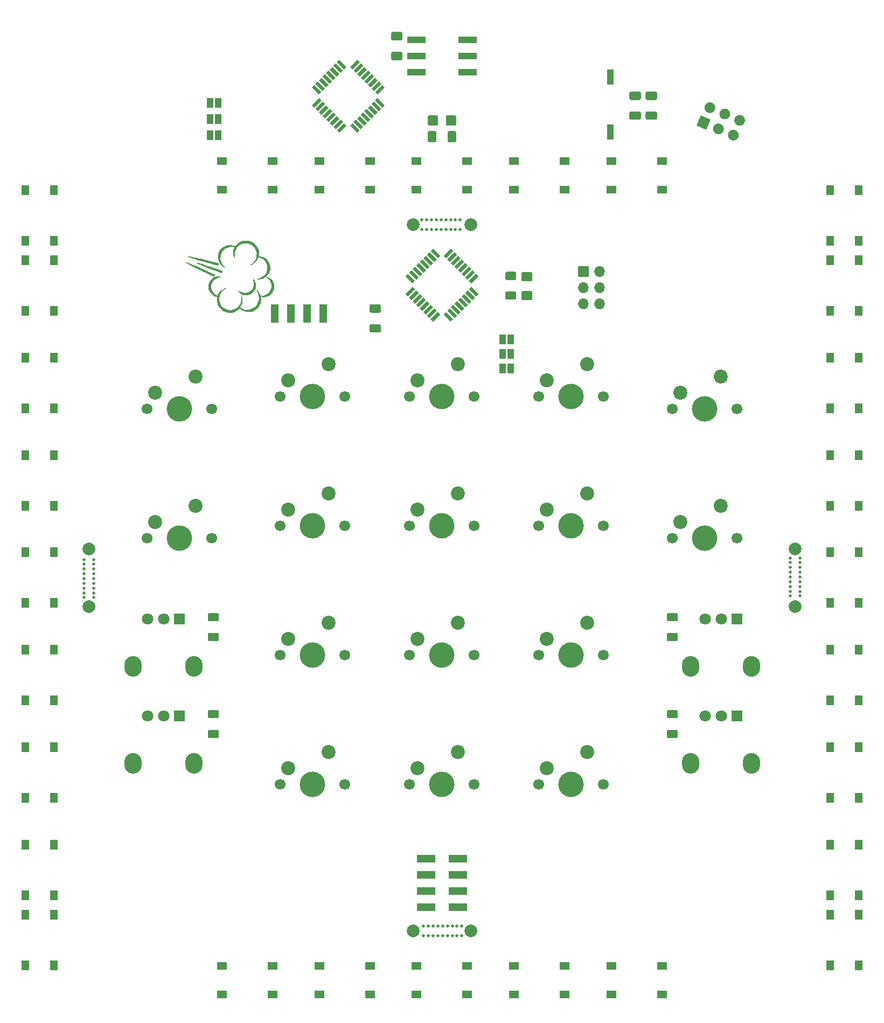
<source format=gbr>
%TF.GenerationSoftware,KiCad,Pcbnew,(5.1.9)-1*%
%TF.CreationDate,2021-07-06T15:25:53+10:00*%
%TF.ProjectId,MFD-panel,4d46442d-7061-46e6-956c-2e6b69636164,rev?*%
%TF.SameCoordinates,Original*%
%TF.FileFunction,Soldermask,Top*%
%TF.FilePolarity,Negative*%
%FSLAX46Y46*%
G04 Gerber Fmt 4.6, Leading zero omitted, Abs format (unit mm)*
G04 Created by KiCad (PCBNEW (5.1.9)-1) date 2021-07-06 15:25:53*
%MOMM*%
%LPD*%
G01*
G04 APERTURE LIST*
%ADD10C,0.010000*%
%ADD11R,3.000000X1.000000*%
%ADD12R,1.000000X1.500000*%
%ADD13C,0.100000*%
%ADD14R,1.300000X1.550000*%
%ADD15R,1.550000X1.300000*%
%ADD16R,1.120000X2.440000*%
%ADD17R,3.000000X1.300000*%
%ADD18C,2.000000*%
%ADD19C,0.500000*%
%ADD20R,1.300000X3.000000*%
%ADD21C,1.700000*%
%ADD22C,4.000000*%
%ADD23C,2.200000*%
%ADD24O,1.700000X1.700000*%
%ADD25R,1.700000X1.700000*%
%ADD26O,2.720000X3.240000*%
%ADD27C,1.800000*%
%ADD28R,1.800000X1.800000*%
G04 APERTURE END LIST*
D10*
%TO.C,G\u002A\u002A\u002A*%
G36*
X43950192Y-25601357D02*
G01*
X43810098Y-25814886D01*
X43642206Y-25999431D01*
X43449222Y-26152769D01*
X43233859Y-26272675D01*
X42998824Y-26356926D01*
X42796986Y-26397359D01*
X42657388Y-26410076D01*
X42528712Y-26406825D01*
X42391996Y-26386429D01*
X42303058Y-26366645D01*
X42201603Y-26339095D01*
X42141113Y-26315641D01*
X42121795Y-26296712D01*
X42143854Y-26282739D01*
X42207499Y-26274153D01*
X42257547Y-26271948D01*
X42462227Y-26250958D01*
X42673520Y-26200621D01*
X42880473Y-26125172D01*
X43072136Y-26028840D01*
X43237555Y-25915857D01*
X43285397Y-25874838D01*
X43413360Y-25747275D01*
X43516433Y-25617961D01*
X43603593Y-25473819D01*
X43683816Y-25301773D01*
X43691475Y-25283328D01*
X43754006Y-25116333D01*
X43793644Y-24968477D01*
X43812603Y-24824812D01*
X43813101Y-24670397D01*
X43802353Y-24535306D01*
X43755850Y-24286528D01*
X43670584Y-24054315D01*
X43547153Y-23839650D01*
X43386156Y-23643515D01*
X43188190Y-23466891D01*
X43122000Y-23418081D01*
X43049218Y-23366528D01*
X43005314Y-23334224D01*
X42984644Y-23315913D01*
X42981564Y-23306342D01*
X42990430Y-23300258D01*
X42993767Y-23298705D01*
X43025803Y-23300657D01*
X43086581Y-23317646D01*
X43166889Y-23345960D01*
X43257516Y-23381885D01*
X43349249Y-23421705D01*
X43432878Y-23461708D01*
X43499191Y-23498181D01*
X43516873Y-23509609D01*
X43702930Y-23662835D01*
X43861156Y-23845560D01*
X43989054Y-24053362D01*
X44084122Y-24281819D01*
X44143858Y-24526509D01*
X44158939Y-24644990D01*
X44167981Y-24825745D01*
X44158140Y-24988582D01*
X44127187Y-25149594D01*
X44072896Y-25324874D01*
X44059777Y-25361067D01*
X43950192Y-25601357D01*
G37*
X43950192Y-25601357D02*
X43810098Y-25814886D01*
X43642206Y-25999431D01*
X43449222Y-26152769D01*
X43233859Y-26272675D01*
X42998824Y-26356926D01*
X42796986Y-26397359D01*
X42657388Y-26410076D01*
X42528712Y-26406825D01*
X42391996Y-26386429D01*
X42303058Y-26366645D01*
X42201603Y-26339095D01*
X42141113Y-26315641D01*
X42121795Y-26296712D01*
X42143854Y-26282739D01*
X42207499Y-26274153D01*
X42257547Y-26271948D01*
X42462227Y-26250958D01*
X42673520Y-26200621D01*
X42880473Y-26125172D01*
X43072136Y-26028840D01*
X43237555Y-25915857D01*
X43285397Y-25874838D01*
X43413360Y-25747275D01*
X43516433Y-25617961D01*
X43603593Y-25473819D01*
X43683816Y-25301773D01*
X43691475Y-25283328D01*
X43754006Y-25116333D01*
X43793644Y-24968477D01*
X43812603Y-24824812D01*
X43813101Y-24670397D01*
X43802353Y-24535306D01*
X43755850Y-24286528D01*
X43670584Y-24054315D01*
X43547153Y-23839650D01*
X43386156Y-23643515D01*
X43188190Y-23466891D01*
X43122000Y-23418081D01*
X43049218Y-23366528D01*
X43005314Y-23334224D01*
X42984644Y-23315913D01*
X42981564Y-23306342D01*
X42990430Y-23300258D01*
X42993767Y-23298705D01*
X43025803Y-23300657D01*
X43086581Y-23317646D01*
X43166889Y-23345960D01*
X43257516Y-23381885D01*
X43349249Y-23421705D01*
X43432878Y-23461708D01*
X43499191Y-23498181D01*
X43516873Y-23509609D01*
X43702930Y-23662835D01*
X43861156Y-23845560D01*
X43989054Y-24053362D01*
X44084122Y-24281819D01*
X44143858Y-24526509D01*
X44158939Y-24644990D01*
X44167981Y-24825745D01*
X44158140Y-24988582D01*
X44127187Y-25149594D01*
X44072896Y-25324874D01*
X44059777Y-25361067D01*
X43950192Y-25601357D01*
G36*
X41174347Y-25213268D02*
G01*
X41106507Y-25357116D01*
X41044050Y-25462345D01*
X40886283Y-25656570D01*
X40700384Y-25821572D01*
X40491011Y-25954898D01*
X40262823Y-26054101D01*
X40020477Y-26116732D01*
X39768633Y-26140341D01*
X39754392Y-26140460D01*
X39645905Y-26137425D01*
X39548712Y-26125405D01*
X39444400Y-26101390D01*
X39355276Y-26075206D01*
X39191244Y-26017996D01*
X39057513Y-25955362D01*
X38942081Y-25880232D01*
X38832945Y-25785534D01*
X38789586Y-25741863D01*
X38725504Y-25672237D01*
X38669546Y-25606151D01*
X38626457Y-25549935D01*
X38600977Y-25509915D01*
X38597851Y-25492421D01*
X38602912Y-25492790D01*
X38626358Y-25505872D01*
X38674811Y-25535931D01*
X38737975Y-25576575D01*
X38740705Y-25578359D01*
X38860050Y-25644092D01*
X39006163Y-25705806D01*
X39165674Y-25759349D01*
X39325214Y-25800565D01*
X39471415Y-25825301D01*
X39552391Y-25830569D01*
X39800613Y-25812280D01*
X40040135Y-25755001D01*
X40266131Y-25661223D01*
X40473775Y-25533443D01*
X40658241Y-25374152D01*
X40814702Y-25185847D01*
X40822857Y-25174028D01*
X40900029Y-25035403D01*
X40964809Y-24868982D01*
X41013156Y-24688474D01*
X41041029Y-24507585D01*
X41046111Y-24416693D01*
X41036599Y-24199193D01*
X41002688Y-23985492D01*
X40947046Y-23791637D01*
X40938401Y-23768846D01*
X40912925Y-23696483D01*
X40908194Y-23660869D01*
X40924941Y-23661445D01*
X40963895Y-23697654D01*
X40991491Y-23728441D01*
X41127326Y-23916511D01*
X41227565Y-24124609D01*
X41290660Y-24347605D01*
X41315065Y-24580370D01*
X41305721Y-24769924D01*
X41279742Y-24904357D01*
X41234022Y-25057244D01*
X41174347Y-25213268D01*
G37*
X41174347Y-25213268D02*
X41106507Y-25357116D01*
X41044050Y-25462345D01*
X40886283Y-25656570D01*
X40700384Y-25821572D01*
X40491011Y-25954898D01*
X40262823Y-26054101D01*
X40020477Y-26116732D01*
X39768633Y-26140341D01*
X39754392Y-26140460D01*
X39645905Y-26137425D01*
X39548712Y-26125405D01*
X39444400Y-26101390D01*
X39355276Y-26075206D01*
X39191244Y-26017996D01*
X39057513Y-25955362D01*
X38942081Y-25880232D01*
X38832945Y-25785534D01*
X38789586Y-25741863D01*
X38725504Y-25672237D01*
X38669546Y-25606151D01*
X38626457Y-25549935D01*
X38600977Y-25509915D01*
X38597851Y-25492421D01*
X38602912Y-25492790D01*
X38626358Y-25505872D01*
X38674811Y-25535931D01*
X38737975Y-25576575D01*
X38740705Y-25578359D01*
X38860050Y-25644092D01*
X39006163Y-25705806D01*
X39165674Y-25759349D01*
X39325214Y-25800565D01*
X39471415Y-25825301D01*
X39552391Y-25830569D01*
X39800613Y-25812280D01*
X40040135Y-25755001D01*
X40266131Y-25661223D01*
X40473775Y-25533443D01*
X40658241Y-25374152D01*
X40814702Y-25185847D01*
X40822857Y-25174028D01*
X40900029Y-25035403D01*
X40964809Y-24868982D01*
X41013156Y-24688474D01*
X41041029Y-24507585D01*
X41046111Y-24416693D01*
X41036599Y-24199193D01*
X41002688Y-23985492D01*
X40947046Y-23791637D01*
X40938401Y-23768846D01*
X40912925Y-23696483D01*
X40908194Y-23660869D01*
X40924941Y-23661445D01*
X40963895Y-23697654D01*
X40991491Y-23728441D01*
X41127326Y-23916511D01*
X41227565Y-24124609D01*
X41290660Y-24347605D01*
X41315065Y-24580370D01*
X41305721Y-24769924D01*
X41279742Y-24904357D01*
X41234022Y-25057244D01*
X41174347Y-25213268D01*
G36*
X41905300Y-27719600D02*
G01*
X41794296Y-27913584D01*
X41780297Y-27934266D01*
X41604095Y-28154123D01*
X41402368Y-28342686D01*
X41179051Y-28498685D01*
X40938078Y-28620849D01*
X40683384Y-28707907D01*
X40418901Y-28758586D01*
X40148563Y-28771618D01*
X39876306Y-28745731D01*
X39606063Y-28679653D01*
X39541630Y-28657560D01*
X39382113Y-28594938D01*
X39249973Y-28530549D01*
X39130798Y-28455884D01*
X39010172Y-28362433D01*
X38942143Y-28303639D01*
X38875807Y-28246788D01*
X38820989Y-28203575D01*
X38785342Y-28179839D01*
X38776549Y-28177259D01*
X38755174Y-28195697D01*
X38715333Y-28236229D01*
X38676517Y-28278165D01*
X38492264Y-28452120D01*
X38278526Y-28602388D01*
X38043020Y-28725481D01*
X37793467Y-28817909D01*
X37537586Y-28876181D01*
X37308574Y-28896536D01*
X37198982Y-28895679D01*
X37082319Y-28890142D01*
X36981870Y-28881081D01*
X36972083Y-28879821D01*
X36864182Y-28858560D01*
X36733256Y-28822540D01*
X36592129Y-28776279D01*
X36453626Y-28724295D01*
X36330574Y-28671102D01*
X36235799Y-28621221D01*
X36233026Y-28619514D01*
X35983349Y-28441782D01*
X35766956Y-28239731D01*
X35585059Y-28015214D01*
X35438868Y-27770084D01*
X35329594Y-27506195D01*
X35258450Y-27225398D01*
X35239848Y-27099633D01*
X35232610Y-26996948D01*
X35231546Y-26876570D01*
X35235980Y-26750296D01*
X35245238Y-26629930D01*
X35258647Y-26527270D01*
X35275529Y-26454115D01*
X35277001Y-26449914D01*
X35284620Y-26413725D01*
X35264530Y-26397793D01*
X35235879Y-26392706D01*
X35188046Y-26383384D01*
X35113634Y-26365495D01*
X35026665Y-26342461D01*
X35003151Y-26335890D01*
X34777448Y-26250737D01*
X34570808Y-26130477D01*
X34385998Y-25979072D01*
X34225782Y-25800484D01*
X34092924Y-25598673D01*
X33990188Y-25377603D01*
X33920337Y-25141234D01*
X33886137Y-24893528D01*
X33884187Y-24732131D01*
X33897953Y-24606247D01*
X33928238Y-24459144D01*
X33970815Y-24305474D01*
X34021459Y-24159893D01*
X34075942Y-24037056D01*
X34094270Y-24003624D01*
X34238154Y-23798617D01*
X34413757Y-23616996D01*
X34615093Y-23463377D01*
X34836176Y-23342372D01*
X35055151Y-23262905D01*
X35202670Y-23230901D01*
X35356181Y-23213050D01*
X35501201Y-23210293D01*
X35623247Y-23223563D01*
X35632522Y-23225556D01*
X35732788Y-23248202D01*
X35572705Y-23285761D01*
X35438433Y-23325852D01*
X35287503Y-23384909D01*
X35132710Y-23456752D01*
X34986846Y-23535203D01*
X34862706Y-23614082D01*
X34809692Y-23654279D01*
X34726406Y-23728197D01*
X34639313Y-23813892D01*
X34567371Y-23892695D01*
X34524670Y-23945254D01*
X34490847Y-23993072D01*
X34461406Y-24045089D01*
X34431854Y-24110245D01*
X34397696Y-24197482D01*
X34354434Y-24315740D01*
X34353830Y-24317414D01*
X34311394Y-24436892D01*
X34281787Y-24526700D01*
X34262728Y-24596712D01*
X34251938Y-24656802D01*
X34247136Y-24716846D01*
X34246042Y-24784190D01*
X34265446Y-25044766D01*
X34323712Y-25288865D01*
X34420409Y-25515771D01*
X34555111Y-25724768D01*
X34727387Y-25915139D01*
X34936809Y-26086171D01*
X35082444Y-26180596D01*
X35174329Y-26235373D01*
X35237248Y-26268847D01*
X35279636Y-26279538D01*
X35309932Y-26265963D01*
X35336576Y-26226641D01*
X35368003Y-26160088D01*
X35382716Y-26127872D01*
X35523901Y-25869416D01*
X35695849Y-25639363D01*
X35897550Y-25438971D01*
X36004595Y-25353719D01*
X36073122Y-25307522D01*
X36159394Y-25255957D01*
X36255421Y-25203024D01*
X36353210Y-25152724D01*
X36444770Y-25109056D01*
X36522111Y-25076022D01*
X36577238Y-25057621D01*
X36599496Y-25055932D01*
X36606167Y-25069639D01*
X36591504Y-25081179D01*
X36346074Y-25244416D01*
X36132928Y-25416371D01*
X35955828Y-25593791D01*
X35859099Y-25714254D01*
X35746935Y-25897565D01*
X35653261Y-26107567D01*
X35582513Y-26331023D01*
X35539128Y-26554693D01*
X35527415Y-26704247D01*
X35540744Y-26985523D01*
X35593512Y-27253107D01*
X35684535Y-27504662D01*
X35812628Y-27737850D01*
X35976605Y-27950335D01*
X36175282Y-28139777D01*
X36304588Y-28237238D01*
X36464486Y-28331016D01*
X36651297Y-28413191D01*
X36850044Y-28478279D01*
X37045755Y-28520797D01*
X37098847Y-28528013D01*
X37363629Y-28537710D01*
X37625608Y-28506774D01*
X37879880Y-28436854D01*
X38121536Y-28329597D01*
X38345670Y-28186653D01*
X38498295Y-28057985D01*
X38637774Y-27916806D01*
X38747920Y-27781751D01*
X38837236Y-27639956D01*
X38914228Y-27478561D01*
X38961609Y-27357277D01*
X39030039Y-27136980D01*
X39069831Y-26921940D01*
X39082620Y-26698651D01*
X39070453Y-26457968D01*
X39062652Y-26365904D01*
X39057878Y-26291299D01*
X39056600Y-26243002D01*
X39058355Y-26229270D01*
X39067961Y-26245970D01*
X39085416Y-26293981D01*
X39107340Y-26363795D01*
X39112703Y-26382087D01*
X39173648Y-26663668D01*
X39194910Y-26945859D01*
X39177075Y-27224346D01*
X39120734Y-27494811D01*
X39026476Y-27752938D01*
X38894887Y-27994411D01*
X38892163Y-27998605D01*
X38855950Y-28056665D01*
X38832381Y-28099283D01*
X38826735Y-28115365D01*
X38849269Y-28133353D01*
X38901771Y-28164377D01*
X38975615Y-28204083D01*
X39062168Y-28248119D01*
X39152804Y-28292132D01*
X39238894Y-28331770D01*
X39311808Y-28362680D01*
X39333302Y-28370881D01*
X39585986Y-28442790D01*
X39849912Y-28480215D01*
X40114172Y-28482274D01*
X40345225Y-28452772D01*
X40504516Y-28408825D01*
X40680645Y-28339673D01*
X40861961Y-28251420D01*
X41036808Y-28150170D01*
X41193534Y-28042028D01*
X41300296Y-27952541D01*
X41423460Y-27815600D01*
X41538887Y-27646454D01*
X41641811Y-27455127D01*
X41727462Y-27251644D01*
X41791074Y-27046027D01*
X41827879Y-26848302D01*
X41828602Y-26841831D01*
X41838747Y-26575636D01*
X41810363Y-26309601D01*
X41742786Y-26040875D01*
X41635354Y-25766614D01*
X41529443Y-25557771D01*
X41499872Y-25499631D01*
X41483878Y-25458457D01*
X41483745Y-25445094D01*
X41504067Y-25455921D01*
X41543386Y-25490314D01*
X41583934Y-25531184D01*
X41767447Y-25755588D01*
X41912848Y-25997724D01*
X42019433Y-26255504D01*
X42086501Y-26526846D01*
X42113347Y-26809662D01*
X42102753Y-27070215D01*
X42065031Y-27283170D01*
X41997379Y-27504547D01*
X41905300Y-27719600D01*
G37*
X41905300Y-27719600D02*
X41794296Y-27913584D01*
X41780297Y-27934266D01*
X41604095Y-28154123D01*
X41402368Y-28342686D01*
X41179051Y-28498685D01*
X40938078Y-28620849D01*
X40683384Y-28707907D01*
X40418901Y-28758586D01*
X40148563Y-28771618D01*
X39876306Y-28745731D01*
X39606063Y-28679653D01*
X39541630Y-28657560D01*
X39382113Y-28594938D01*
X39249973Y-28530549D01*
X39130798Y-28455884D01*
X39010172Y-28362433D01*
X38942143Y-28303639D01*
X38875807Y-28246788D01*
X38820989Y-28203575D01*
X38785342Y-28179839D01*
X38776549Y-28177259D01*
X38755174Y-28195697D01*
X38715333Y-28236229D01*
X38676517Y-28278165D01*
X38492264Y-28452120D01*
X38278526Y-28602388D01*
X38043020Y-28725481D01*
X37793467Y-28817909D01*
X37537586Y-28876181D01*
X37308574Y-28896536D01*
X37198982Y-28895679D01*
X37082319Y-28890142D01*
X36981870Y-28881081D01*
X36972083Y-28879821D01*
X36864182Y-28858560D01*
X36733256Y-28822540D01*
X36592129Y-28776279D01*
X36453626Y-28724295D01*
X36330574Y-28671102D01*
X36235799Y-28621221D01*
X36233026Y-28619514D01*
X35983349Y-28441782D01*
X35766956Y-28239731D01*
X35585059Y-28015214D01*
X35438868Y-27770084D01*
X35329594Y-27506195D01*
X35258450Y-27225398D01*
X35239848Y-27099633D01*
X35232610Y-26996948D01*
X35231546Y-26876570D01*
X35235980Y-26750296D01*
X35245238Y-26629930D01*
X35258647Y-26527270D01*
X35275529Y-26454115D01*
X35277001Y-26449914D01*
X35284620Y-26413725D01*
X35264530Y-26397793D01*
X35235879Y-26392706D01*
X35188046Y-26383384D01*
X35113634Y-26365495D01*
X35026665Y-26342461D01*
X35003151Y-26335890D01*
X34777448Y-26250737D01*
X34570808Y-26130477D01*
X34385998Y-25979072D01*
X34225782Y-25800484D01*
X34092924Y-25598673D01*
X33990188Y-25377603D01*
X33920337Y-25141234D01*
X33886137Y-24893528D01*
X33884187Y-24732131D01*
X33897953Y-24606247D01*
X33928238Y-24459144D01*
X33970815Y-24305474D01*
X34021459Y-24159893D01*
X34075942Y-24037056D01*
X34094270Y-24003624D01*
X34238154Y-23798617D01*
X34413757Y-23616996D01*
X34615093Y-23463377D01*
X34836176Y-23342372D01*
X35055151Y-23262905D01*
X35202670Y-23230901D01*
X35356181Y-23213050D01*
X35501201Y-23210293D01*
X35623247Y-23223563D01*
X35632522Y-23225556D01*
X35732788Y-23248202D01*
X35572705Y-23285761D01*
X35438433Y-23325852D01*
X35287503Y-23384909D01*
X35132710Y-23456752D01*
X34986846Y-23535203D01*
X34862706Y-23614082D01*
X34809692Y-23654279D01*
X34726406Y-23728197D01*
X34639313Y-23813892D01*
X34567371Y-23892695D01*
X34524670Y-23945254D01*
X34490847Y-23993072D01*
X34461406Y-24045089D01*
X34431854Y-24110245D01*
X34397696Y-24197482D01*
X34354434Y-24315740D01*
X34353830Y-24317414D01*
X34311394Y-24436892D01*
X34281787Y-24526700D01*
X34262728Y-24596712D01*
X34251938Y-24656802D01*
X34247136Y-24716846D01*
X34246042Y-24784190D01*
X34265446Y-25044766D01*
X34323712Y-25288865D01*
X34420409Y-25515771D01*
X34555111Y-25724768D01*
X34727387Y-25915139D01*
X34936809Y-26086171D01*
X35082444Y-26180596D01*
X35174329Y-26235373D01*
X35237248Y-26268847D01*
X35279636Y-26279538D01*
X35309932Y-26265963D01*
X35336576Y-26226641D01*
X35368003Y-26160088D01*
X35382716Y-26127872D01*
X35523901Y-25869416D01*
X35695849Y-25639363D01*
X35897550Y-25438971D01*
X36004595Y-25353719D01*
X36073122Y-25307522D01*
X36159394Y-25255957D01*
X36255421Y-25203024D01*
X36353210Y-25152724D01*
X36444770Y-25109056D01*
X36522111Y-25076022D01*
X36577238Y-25057621D01*
X36599496Y-25055932D01*
X36606167Y-25069639D01*
X36591504Y-25081179D01*
X36346074Y-25244416D01*
X36132928Y-25416371D01*
X35955828Y-25593791D01*
X35859099Y-25714254D01*
X35746935Y-25897565D01*
X35653261Y-26107567D01*
X35582513Y-26331023D01*
X35539128Y-26554693D01*
X35527415Y-26704247D01*
X35540744Y-26985523D01*
X35593512Y-27253107D01*
X35684535Y-27504662D01*
X35812628Y-27737850D01*
X35976605Y-27950335D01*
X36175282Y-28139777D01*
X36304588Y-28237238D01*
X36464486Y-28331016D01*
X36651297Y-28413191D01*
X36850044Y-28478279D01*
X37045755Y-28520797D01*
X37098847Y-28528013D01*
X37363629Y-28537710D01*
X37625608Y-28506774D01*
X37879880Y-28436854D01*
X38121536Y-28329597D01*
X38345670Y-28186653D01*
X38498295Y-28057985D01*
X38637774Y-27916806D01*
X38747920Y-27781751D01*
X38837236Y-27639956D01*
X38914228Y-27478561D01*
X38961609Y-27357277D01*
X39030039Y-27136980D01*
X39069831Y-26921940D01*
X39082620Y-26698651D01*
X39070453Y-26457968D01*
X39062652Y-26365904D01*
X39057878Y-26291299D01*
X39056600Y-26243002D01*
X39058355Y-26229270D01*
X39067961Y-26245970D01*
X39085416Y-26293981D01*
X39107340Y-26363795D01*
X39112703Y-26382087D01*
X39173648Y-26663668D01*
X39194910Y-26945859D01*
X39177075Y-27224346D01*
X39120734Y-27494811D01*
X39026476Y-27752938D01*
X38894887Y-27994411D01*
X38892163Y-27998605D01*
X38855950Y-28056665D01*
X38832381Y-28099283D01*
X38826735Y-28115365D01*
X38849269Y-28133353D01*
X38901771Y-28164377D01*
X38975615Y-28204083D01*
X39062168Y-28248119D01*
X39152804Y-28292132D01*
X39238894Y-28331770D01*
X39311808Y-28362680D01*
X39333302Y-28370881D01*
X39585986Y-28442790D01*
X39849912Y-28480215D01*
X40114172Y-28482274D01*
X40345225Y-28452772D01*
X40504516Y-28408825D01*
X40680645Y-28339673D01*
X40861961Y-28251420D01*
X41036808Y-28150170D01*
X41193534Y-28042028D01*
X41300296Y-27952541D01*
X41423460Y-27815600D01*
X41538887Y-27646454D01*
X41641811Y-27455127D01*
X41727462Y-27251644D01*
X41791074Y-27046027D01*
X41827879Y-26848302D01*
X41828602Y-26841831D01*
X41838747Y-26575636D01*
X41810363Y-26309601D01*
X41742786Y-26040875D01*
X41635354Y-25766614D01*
X41529443Y-25557771D01*
X41499872Y-25499631D01*
X41483878Y-25458457D01*
X41483745Y-25445094D01*
X41504067Y-25455921D01*
X41543386Y-25490314D01*
X41583934Y-25531184D01*
X41767447Y-25755588D01*
X41912848Y-25997724D01*
X42019433Y-26255504D01*
X42086501Y-26526846D01*
X42113347Y-26809662D01*
X42102753Y-27070215D01*
X42065031Y-27283170D01*
X41997379Y-27504547D01*
X41905300Y-27719600D01*
G36*
X43369913Y-22629838D02*
G01*
X43240711Y-22862340D01*
X43079995Y-23066620D01*
X42887451Y-23243041D01*
X42662764Y-23391970D01*
X42525310Y-23462323D01*
X42301784Y-23552621D01*
X42088285Y-23608778D01*
X41873338Y-23633121D01*
X41692052Y-23631217D01*
X41653532Y-23623772D01*
X41653172Y-23610213D01*
X41687756Y-23593379D01*
X41754068Y-23576110D01*
X41754608Y-23576000D01*
X41815240Y-23558785D01*
X41901319Y-23528073D01*
X42000102Y-23488629D01*
X42075027Y-23456109D01*
X42297275Y-23343057D01*
X42487154Y-23216750D01*
X42654243Y-23069626D01*
X42808122Y-22894124D01*
X42840455Y-22851886D01*
X42894097Y-22777248D01*
X42936533Y-22708976D01*
X42973923Y-22635042D01*
X43012424Y-22543414D01*
X43052400Y-22437813D01*
X43129578Y-22190126D01*
X43170790Y-21958373D01*
X43175785Y-21735760D01*
X43144312Y-21515493D01*
X43076120Y-21290778D01*
X43003752Y-21121588D01*
X42874969Y-20897311D01*
X42713413Y-20698730D01*
X42518560Y-20525395D01*
X42289882Y-20376858D01*
X42026850Y-20252671D01*
X41947961Y-20222559D01*
X41724265Y-20141141D01*
X41637946Y-20335562D01*
X41516859Y-20572982D01*
X41375987Y-20780033D01*
X41209696Y-20962982D01*
X41012343Y-21128094D01*
X40796061Y-21271090D01*
X40729608Y-21308358D01*
X40662553Y-21341990D01*
X40601907Y-21369176D01*
X40554681Y-21387105D01*
X40527886Y-21392964D01*
X40528532Y-21383942D01*
X40540611Y-21373529D01*
X40570471Y-21350948D01*
X40622768Y-21311763D01*
X40683553Y-21266413D01*
X40914000Y-21070602D01*
X41114159Y-20850137D01*
X41153546Y-20798854D01*
X41206404Y-20724939D01*
X41248449Y-20657407D01*
X41285570Y-20584685D01*
X41323654Y-20495200D01*
X41368588Y-20377377D01*
X41370313Y-20372715D01*
X41419285Y-20233999D01*
X41452487Y-20123487D01*
X41472594Y-20031277D01*
X41481173Y-19962563D01*
X41486670Y-19668966D01*
X41454389Y-19391148D01*
X41385599Y-19131161D01*
X41281564Y-18891057D01*
X41143551Y-18672887D01*
X40972826Y-18478704D01*
X40770655Y-18310560D01*
X40538303Y-18170506D01*
X40316241Y-18074430D01*
X40054866Y-18000770D01*
X39792443Y-17968053D01*
X39532518Y-17975141D01*
X39278639Y-18020894D01*
X39034352Y-18104172D01*
X38803203Y-18223835D01*
X38588739Y-18378744D01*
X38394506Y-18567760D01*
X38261888Y-18734526D01*
X38184072Y-18862964D01*
X38109473Y-19020193D01*
X38042998Y-19192700D01*
X37989557Y-19366978D01*
X37954057Y-19529515D01*
X37943883Y-19609885D01*
X37939976Y-19713621D01*
X37942386Y-19840007D01*
X37950151Y-19975772D01*
X37962307Y-20107642D01*
X37977893Y-20222347D01*
X37993941Y-20299523D01*
X38005223Y-20354619D01*
X38000896Y-20372849D01*
X37983946Y-20355384D01*
X37957358Y-20303387D01*
X37948108Y-20281615D01*
X37865002Y-20024543D01*
X37819180Y-19754758D01*
X37810529Y-19479382D01*
X37838931Y-19205534D01*
X37904274Y-18940336D01*
X37972666Y-18762011D01*
X38051524Y-18585590D01*
X37929906Y-18560799D01*
X37652727Y-18524583D01*
X37379041Y-18528094D01*
X37112721Y-18569797D01*
X36857636Y-18648158D01*
X36617658Y-18761638D01*
X36396657Y-18908702D01*
X36198503Y-19087816D01*
X36027069Y-19297443D01*
X36009777Y-19322643D01*
X35933000Y-19455705D01*
X35861505Y-19614630D01*
X35800291Y-19785212D01*
X35754354Y-19953246D01*
X35728694Y-20104528D01*
X35726739Y-20127128D01*
X35724888Y-20409736D01*
X35761576Y-20678339D01*
X35837421Y-20934415D01*
X35953046Y-21179444D01*
X36109072Y-21414905D01*
X36306120Y-21642278D01*
X36403102Y-21737447D01*
X36448708Y-21783301D01*
X36475625Y-21816494D01*
X36478788Y-21828269D01*
X36450821Y-21822476D01*
X36396666Y-21797110D01*
X36324649Y-21757110D01*
X36243095Y-21707420D01*
X36160327Y-21652983D01*
X36084670Y-21598741D01*
X36060229Y-21579775D01*
X35875274Y-21406119D01*
X35715526Y-21202581D01*
X35584042Y-20975359D01*
X35483885Y-20730648D01*
X35418114Y-20474644D01*
X35390118Y-20222814D01*
X35399115Y-19984082D01*
X35441530Y-19738050D01*
X35514011Y-19497940D01*
X35613204Y-19276973D01*
X35643625Y-19223162D01*
X35788230Y-19010504D01*
X35952543Y-18829626D01*
X36142700Y-18675007D01*
X36364833Y-18541128D01*
X36447361Y-18500007D01*
X36713720Y-18392915D01*
X36975718Y-18327714D01*
X37234726Y-18304348D01*
X37492110Y-18322763D01*
X37749236Y-18382904D01*
X37910677Y-18441765D01*
X38094082Y-18517751D01*
X38208916Y-18367094D01*
X38398180Y-18152450D01*
X38611917Y-17971527D01*
X38847526Y-17825506D01*
X39102407Y-17715566D01*
X39373955Y-17642887D01*
X39659571Y-17608649D01*
X39881273Y-17608897D01*
X39956807Y-17613635D01*
X40021370Y-17620731D01*
X40084075Y-17632463D01*
X40154038Y-17651110D01*
X40240375Y-17678950D01*
X40352202Y-17718264D01*
X40427385Y-17745424D01*
X40596462Y-17809384D01*
X40733948Y-17868679D01*
X40849274Y-17929119D01*
X40951865Y-17996510D01*
X41051149Y-18076663D01*
X41156556Y-18175386D01*
X41206664Y-18225556D01*
X41396512Y-18447023D01*
X41549606Y-18687486D01*
X41664815Y-18944160D01*
X41741012Y-19214260D01*
X41777066Y-19495002D01*
X41779684Y-19638665D01*
X41774972Y-19746641D01*
X41765624Y-19853939D01*
X41753282Y-19943765D01*
X41746770Y-19975765D01*
X41732305Y-20043877D01*
X41731172Y-20080144D01*
X41743971Y-20093099D01*
X41755089Y-20093552D01*
X41875894Y-20094751D01*
X42020548Y-20111470D01*
X42174578Y-20141247D01*
X42323508Y-20181620D01*
X42375245Y-20199045D01*
X42621190Y-20308963D01*
X42843718Y-20452382D01*
X43040206Y-20625928D01*
X43208030Y-20826225D01*
X43344567Y-21049899D01*
X43447191Y-21293576D01*
X43513281Y-21553882D01*
X43531499Y-21686139D01*
X43543696Y-21861537D01*
X43540506Y-22014378D01*
X43520302Y-22162141D01*
X43481455Y-22322305D01*
X43467917Y-22368748D01*
X43369913Y-22629838D01*
G37*
X43369913Y-22629838D02*
X43240711Y-22862340D01*
X43079995Y-23066620D01*
X42887451Y-23243041D01*
X42662764Y-23391970D01*
X42525310Y-23462323D01*
X42301784Y-23552621D01*
X42088285Y-23608778D01*
X41873338Y-23633121D01*
X41692052Y-23631217D01*
X41653532Y-23623772D01*
X41653172Y-23610213D01*
X41687756Y-23593379D01*
X41754068Y-23576110D01*
X41754608Y-23576000D01*
X41815240Y-23558785D01*
X41901319Y-23528073D01*
X42000102Y-23488629D01*
X42075027Y-23456109D01*
X42297275Y-23343057D01*
X42487154Y-23216750D01*
X42654243Y-23069626D01*
X42808122Y-22894124D01*
X42840455Y-22851886D01*
X42894097Y-22777248D01*
X42936533Y-22708976D01*
X42973923Y-22635042D01*
X43012424Y-22543414D01*
X43052400Y-22437813D01*
X43129578Y-22190126D01*
X43170790Y-21958373D01*
X43175785Y-21735760D01*
X43144312Y-21515493D01*
X43076120Y-21290778D01*
X43003752Y-21121588D01*
X42874969Y-20897311D01*
X42713413Y-20698730D01*
X42518560Y-20525395D01*
X42289882Y-20376858D01*
X42026850Y-20252671D01*
X41947961Y-20222559D01*
X41724265Y-20141141D01*
X41637946Y-20335562D01*
X41516859Y-20572982D01*
X41375987Y-20780033D01*
X41209696Y-20962982D01*
X41012343Y-21128094D01*
X40796061Y-21271090D01*
X40729608Y-21308358D01*
X40662553Y-21341990D01*
X40601907Y-21369176D01*
X40554681Y-21387105D01*
X40527886Y-21392964D01*
X40528532Y-21383942D01*
X40540611Y-21373529D01*
X40570471Y-21350948D01*
X40622768Y-21311763D01*
X40683553Y-21266413D01*
X40914000Y-21070602D01*
X41114159Y-20850137D01*
X41153546Y-20798854D01*
X41206404Y-20724939D01*
X41248449Y-20657407D01*
X41285570Y-20584685D01*
X41323654Y-20495200D01*
X41368588Y-20377377D01*
X41370313Y-20372715D01*
X41419285Y-20233999D01*
X41452487Y-20123487D01*
X41472594Y-20031277D01*
X41481173Y-19962563D01*
X41486670Y-19668966D01*
X41454389Y-19391148D01*
X41385599Y-19131161D01*
X41281564Y-18891057D01*
X41143551Y-18672887D01*
X40972826Y-18478704D01*
X40770655Y-18310560D01*
X40538303Y-18170506D01*
X40316241Y-18074430D01*
X40054866Y-18000770D01*
X39792443Y-17968053D01*
X39532518Y-17975141D01*
X39278639Y-18020894D01*
X39034352Y-18104172D01*
X38803203Y-18223835D01*
X38588739Y-18378744D01*
X38394506Y-18567760D01*
X38261888Y-18734526D01*
X38184072Y-18862964D01*
X38109473Y-19020193D01*
X38042998Y-19192700D01*
X37989557Y-19366978D01*
X37954057Y-19529515D01*
X37943883Y-19609885D01*
X37939976Y-19713621D01*
X37942386Y-19840007D01*
X37950151Y-19975772D01*
X37962307Y-20107642D01*
X37977893Y-20222347D01*
X37993941Y-20299523D01*
X38005223Y-20354619D01*
X38000896Y-20372849D01*
X37983946Y-20355384D01*
X37957358Y-20303387D01*
X37948108Y-20281615D01*
X37865002Y-20024543D01*
X37819180Y-19754758D01*
X37810529Y-19479382D01*
X37838931Y-19205534D01*
X37904274Y-18940336D01*
X37972666Y-18762011D01*
X38051524Y-18585590D01*
X37929906Y-18560799D01*
X37652727Y-18524583D01*
X37379041Y-18528094D01*
X37112721Y-18569797D01*
X36857636Y-18648158D01*
X36617658Y-18761638D01*
X36396657Y-18908702D01*
X36198503Y-19087816D01*
X36027069Y-19297443D01*
X36009777Y-19322643D01*
X35933000Y-19455705D01*
X35861505Y-19614630D01*
X35800291Y-19785212D01*
X35754354Y-19953246D01*
X35728694Y-20104528D01*
X35726739Y-20127128D01*
X35724888Y-20409736D01*
X35761576Y-20678339D01*
X35837421Y-20934415D01*
X35953046Y-21179444D01*
X36109072Y-21414905D01*
X36306120Y-21642278D01*
X36403102Y-21737447D01*
X36448708Y-21783301D01*
X36475625Y-21816494D01*
X36478788Y-21828269D01*
X36450821Y-21822476D01*
X36396666Y-21797110D01*
X36324649Y-21757110D01*
X36243095Y-21707420D01*
X36160327Y-21652983D01*
X36084670Y-21598741D01*
X36060229Y-21579775D01*
X35875274Y-21406119D01*
X35715526Y-21202581D01*
X35584042Y-20975359D01*
X35483885Y-20730648D01*
X35418114Y-20474644D01*
X35390118Y-20222814D01*
X35399115Y-19984082D01*
X35441530Y-19738050D01*
X35514011Y-19497940D01*
X35613204Y-19276973D01*
X35643625Y-19223162D01*
X35788230Y-19010504D01*
X35952543Y-18829626D01*
X36142700Y-18675007D01*
X36364833Y-18541128D01*
X36447361Y-18500007D01*
X36713720Y-18392915D01*
X36975718Y-18327714D01*
X37234726Y-18304348D01*
X37492110Y-18322763D01*
X37749236Y-18382904D01*
X37910677Y-18441765D01*
X38094082Y-18517751D01*
X38208916Y-18367094D01*
X38398180Y-18152450D01*
X38611917Y-17971527D01*
X38847526Y-17825506D01*
X39102407Y-17715566D01*
X39373955Y-17642887D01*
X39659571Y-17608649D01*
X39881273Y-17608897D01*
X39956807Y-17613635D01*
X40021370Y-17620731D01*
X40084075Y-17632463D01*
X40154038Y-17651110D01*
X40240375Y-17678950D01*
X40352202Y-17718264D01*
X40427385Y-17745424D01*
X40596462Y-17809384D01*
X40733948Y-17868679D01*
X40849274Y-17929119D01*
X40951865Y-17996510D01*
X41051149Y-18076663D01*
X41156556Y-18175386D01*
X41206664Y-18225556D01*
X41396512Y-18447023D01*
X41549606Y-18687486D01*
X41664815Y-18944160D01*
X41741012Y-19214260D01*
X41777066Y-19495002D01*
X41779684Y-19638665D01*
X41774972Y-19746641D01*
X41765624Y-19853939D01*
X41753282Y-19943765D01*
X41746770Y-19975765D01*
X41732305Y-20043877D01*
X41731172Y-20080144D01*
X41743971Y-20093099D01*
X41755089Y-20093552D01*
X41875894Y-20094751D01*
X42020548Y-20111470D01*
X42174578Y-20141247D01*
X42323508Y-20181620D01*
X42375245Y-20199045D01*
X42621190Y-20308963D01*
X42843718Y-20452382D01*
X43040206Y-20625928D01*
X43208030Y-20826225D01*
X43344567Y-21049899D01*
X43447191Y-21293576D01*
X43513281Y-21553882D01*
X43531499Y-21686139D01*
X43543696Y-21861537D01*
X43540506Y-22014378D01*
X43520302Y-22162141D01*
X43481455Y-22322305D01*
X43467917Y-22368748D01*
X43369913Y-22629838D01*
G36*
X36016650Y-22546233D02*
G01*
X35971676Y-22653752D01*
X35257230Y-22388738D01*
X34862249Y-22241494D01*
X34485679Y-22099653D01*
X34129409Y-21963973D01*
X33795324Y-21835212D01*
X33485310Y-21714128D01*
X33201254Y-21601476D01*
X32945042Y-21498016D01*
X32718562Y-21404504D01*
X32523699Y-21321698D01*
X32362340Y-21250356D01*
X32236371Y-21191234D01*
X32147679Y-21145091D01*
X32122573Y-21130127D01*
X32082789Y-21103695D01*
X32077625Y-21093626D01*
X32105523Y-21094307D01*
X32112824Y-21095026D01*
X32154845Y-21100836D01*
X32207687Y-21111181D01*
X32273300Y-21126687D01*
X32353633Y-21147986D01*
X32450635Y-21175707D01*
X32566254Y-21210479D01*
X32702439Y-21252931D01*
X32861140Y-21303694D01*
X33044305Y-21363395D01*
X33253883Y-21432667D01*
X33491822Y-21512135D01*
X33760073Y-21602433D01*
X34060584Y-21704188D01*
X34395303Y-21818030D01*
X34766180Y-21944588D01*
X35156325Y-22078041D01*
X35386479Y-22157186D01*
X35578573Y-22224026D01*
X35734800Y-22279376D01*
X35857350Y-22324049D01*
X35948416Y-22358854D01*
X36010189Y-22384606D01*
X36044860Y-22402115D01*
X36054623Y-22410960D01*
X36050823Y-22444871D01*
X36033566Y-22502280D01*
X36016650Y-22546233D01*
G37*
X36016650Y-22546233D02*
X35971676Y-22653752D01*
X35257230Y-22388738D01*
X34862249Y-22241494D01*
X34485679Y-22099653D01*
X34129409Y-21963973D01*
X33795324Y-21835212D01*
X33485310Y-21714128D01*
X33201254Y-21601476D01*
X32945042Y-21498016D01*
X32718562Y-21404504D01*
X32523699Y-21321698D01*
X32362340Y-21250356D01*
X32236371Y-21191234D01*
X32147679Y-21145091D01*
X32122573Y-21130127D01*
X32082789Y-21103695D01*
X32077625Y-21093626D01*
X32105523Y-21094307D01*
X32112824Y-21095026D01*
X32154845Y-21100836D01*
X32207687Y-21111181D01*
X32273300Y-21126687D01*
X32353633Y-21147986D01*
X32450635Y-21175707D01*
X32566254Y-21210479D01*
X32702439Y-21252931D01*
X32861140Y-21303694D01*
X33044305Y-21363395D01*
X33253883Y-21432667D01*
X33491822Y-21512135D01*
X33760073Y-21602433D01*
X34060584Y-21704188D01*
X34395303Y-21818030D01*
X34766180Y-21944588D01*
X35156325Y-22078041D01*
X35386479Y-22157186D01*
X35578573Y-22224026D01*
X35734800Y-22279376D01*
X35857350Y-22324049D01*
X35948416Y-22358854D01*
X36010189Y-22384606D01*
X36044860Y-22402115D01*
X36054623Y-22410960D01*
X36050823Y-22444871D01*
X36033566Y-22502280D01*
X36016650Y-22546233D01*
G36*
X34809756Y-23029387D02*
G01*
X34774077Y-23116082D01*
X34741895Y-23166725D01*
X34708089Y-23186715D01*
X34667543Y-23181444D01*
X34666043Y-23180907D01*
X34636973Y-23167960D01*
X34573725Y-23138143D01*
X34480096Y-23093298D01*
X34359884Y-23035262D01*
X34216883Y-22965876D01*
X34054892Y-22886979D01*
X33877708Y-22800411D01*
X33689127Y-22708010D01*
X33629463Y-22678723D01*
X33410825Y-22571470D01*
X33180023Y-22458462D01*
X32944521Y-22343337D01*
X32711785Y-22229738D01*
X32489277Y-22121305D01*
X32284459Y-22021679D01*
X32104797Y-21934502D01*
X31995468Y-21881613D01*
X31736871Y-21755631D01*
X31492403Y-21634376D01*
X31264690Y-21519261D01*
X31056357Y-21411702D01*
X30870032Y-21313114D01*
X30708340Y-21224911D01*
X30573909Y-21148509D01*
X30469364Y-21085323D01*
X30397330Y-21036767D01*
X30360436Y-21004255D01*
X30357062Y-20998912D01*
X30371318Y-20996811D01*
X30423779Y-21011213D01*
X30514605Y-21042170D01*
X30643952Y-21089738D01*
X30811981Y-21153973D01*
X30867205Y-21175430D01*
X31043621Y-21245684D01*
X31240110Y-21326464D01*
X31442875Y-21411930D01*
X31638123Y-21496245D01*
X31812062Y-21573574D01*
X31862665Y-21596670D01*
X31979369Y-21650201D01*
X32113974Y-21711617D01*
X32268529Y-21781837D01*
X32445080Y-21861786D01*
X32645673Y-21952385D01*
X32872355Y-22054556D01*
X33127170Y-22169222D01*
X33412167Y-22297306D01*
X33729391Y-22439728D01*
X34080889Y-22597410D01*
X34468707Y-22771277D01*
X34528260Y-22797968D01*
X34842959Y-22939007D01*
X34809756Y-23029387D01*
G37*
X34809756Y-23029387D02*
X34774077Y-23116082D01*
X34741895Y-23166725D01*
X34708089Y-23186715D01*
X34667543Y-23181444D01*
X34666043Y-23180907D01*
X34636973Y-23167960D01*
X34573725Y-23138143D01*
X34480096Y-23093298D01*
X34359884Y-23035262D01*
X34216883Y-22965876D01*
X34054892Y-22886979D01*
X33877708Y-22800411D01*
X33689127Y-22708010D01*
X33629463Y-22678723D01*
X33410825Y-22571470D01*
X33180023Y-22458462D01*
X32944521Y-22343337D01*
X32711785Y-22229738D01*
X32489277Y-22121305D01*
X32284459Y-22021679D01*
X32104797Y-21934502D01*
X31995468Y-21881613D01*
X31736871Y-21755631D01*
X31492403Y-21634376D01*
X31264690Y-21519261D01*
X31056357Y-21411702D01*
X30870032Y-21313114D01*
X30708340Y-21224911D01*
X30573909Y-21148509D01*
X30469364Y-21085323D01*
X30397330Y-21036767D01*
X30360436Y-21004255D01*
X30357062Y-20998912D01*
X30371318Y-20996811D01*
X30423779Y-21011213D01*
X30514605Y-21042170D01*
X30643952Y-21089738D01*
X30811981Y-21153973D01*
X30867205Y-21175430D01*
X31043621Y-21245684D01*
X31240110Y-21326464D01*
X31442875Y-21411930D01*
X31638123Y-21496245D01*
X31812062Y-21573574D01*
X31862665Y-21596670D01*
X31979369Y-21650201D01*
X32113974Y-21711617D01*
X32268529Y-21781837D01*
X32445080Y-21861786D01*
X32645673Y-21952385D01*
X32872355Y-22054556D01*
X33127170Y-22169222D01*
X33412167Y-22297306D01*
X33729391Y-22439728D01*
X34080889Y-22597410D01*
X34468707Y-22771277D01*
X34528260Y-22797968D01*
X34842959Y-22939007D01*
X34809756Y-23029387D01*
G36*
X35296793Y-21437566D02*
G01*
X35258646Y-21427819D01*
X35184127Y-21407609D01*
X35077556Y-21378149D01*
X34943252Y-21340649D01*
X34785535Y-21296319D01*
X34608726Y-21246372D01*
X34417145Y-21192018D01*
X34215110Y-21134468D01*
X34185152Y-21125915D01*
X33957158Y-21060939D01*
X33718530Y-20993175D01*
X33476989Y-20924801D01*
X33240255Y-20857992D01*
X33016048Y-20794925D01*
X32812087Y-20737777D01*
X32636095Y-20688724D01*
X32540629Y-20662287D01*
X32230889Y-20575832D01*
X31943647Y-20493680D01*
X31680977Y-20416500D01*
X31444958Y-20344958D01*
X31237665Y-20279722D01*
X31061174Y-20221458D01*
X30917561Y-20170836D01*
X30808903Y-20128520D01*
X30737275Y-20095179D01*
X30705499Y-20072530D01*
X30694103Y-20050292D01*
X30699709Y-20048242D01*
X30725763Y-20053790D01*
X30785449Y-20064959D01*
X30870663Y-20080275D01*
X30973303Y-20098266D01*
X31006056Y-20103927D01*
X31303471Y-20159674D01*
X31637465Y-20230795D01*
X32008956Y-20317491D01*
X32363673Y-20405826D01*
X32470516Y-20432935D01*
X32612329Y-20468640D01*
X32782977Y-20511411D01*
X32976322Y-20559718D01*
X33186231Y-20612030D01*
X33406568Y-20666815D01*
X33631200Y-20722543D01*
X33850452Y-20776810D01*
X34144525Y-20849504D01*
X34400197Y-20912717D01*
X34620160Y-20967127D01*
X34807108Y-21013412D01*
X34963738Y-21052250D01*
X35092741Y-21084317D01*
X35196813Y-21110293D01*
X35278647Y-21130854D01*
X35340938Y-21146680D01*
X35386380Y-21158447D01*
X35417666Y-21166834D01*
X35437492Y-21172517D01*
X35448551Y-21176175D01*
X35453536Y-21178487D01*
X35455143Y-21180128D01*
X35455365Y-21180582D01*
X35452193Y-21203239D01*
X35440514Y-21255318D01*
X35423530Y-21322940D01*
X35388222Y-21457864D01*
X35296793Y-21437566D01*
G37*
X35296793Y-21437566D02*
X35258646Y-21427819D01*
X35184127Y-21407609D01*
X35077556Y-21378149D01*
X34943252Y-21340649D01*
X34785535Y-21296319D01*
X34608726Y-21246372D01*
X34417145Y-21192018D01*
X34215110Y-21134468D01*
X34185152Y-21125915D01*
X33957158Y-21060939D01*
X33718530Y-20993175D01*
X33476989Y-20924801D01*
X33240255Y-20857992D01*
X33016048Y-20794925D01*
X32812087Y-20737777D01*
X32636095Y-20688724D01*
X32540629Y-20662287D01*
X32230889Y-20575832D01*
X31943647Y-20493680D01*
X31680977Y-20416500D01*
X31444958Y-20344958D01*
X31237665Y-20279722D01*
X31061174Y-20221458D01*
X30917561Y-20170836D01*
X30808903Y-20128520D01*
X30737275Y-20095179D01*
X30705499Y-20072530D01*
X30694103Y-20050292D01*
X30699709Y-20048242D01*
X30725763Y-20053790D01*
X30785449Y-20064959D01*
X30870663Y-20080275D01*
X30973303Y-20098266D01*
X31006056Y-20103927D01*
X31303471Y-20159674D01*
X31637465Y-20230795D01*
X32008956Y-20317491D01*
X32363673Y-20405826D01*
X32470516Y-20432935D01*
X32612329Y-20468640D01*
X32782977Y-20511411D01*
X32976322Y-20559718D01*
X33186231Y-20612030D01*
X33406568Y-20666815D01*
X33631200Y-20722543D01*
X33850452Y-20776810D01*
X34144525Y-20849504D01*
X34400197Y-20912717D01*
X34620160Y-20967127D01*
X34807108Y-21013412D01*
X34963738Y-21052250D01*
X35092741Y-21084317D01*
X35196813Y-21110293D01*
X35278647Y-21130854D01*
X35340938Y-21146680D01*
X35386380Y-21158447D01*
X35417666Y-21166834D01*
X35437492Y-21172517D01*
X35448551Y-21176175D01*
X35453536Y-21178487D01*
X35455143Y-21180128D01*
X35455365Y-21180582D01*
X35452193Y-21203239D01*
X35440514Y-21255318D01*
X35423530Y-21322940D01*
X35388222Y-21457864D01*
X35296793Y-21437566D01*
%TD*%
D11*
%TO.C,SW2*%
X74600000Y8860000D03*
X66600000Y8860000D03*
X74600000Y11400000D03*
X66600000Y11400000D03*
X74600000Y13940000D03*
X66600000Y13940000D03*
%TD*%
D12*
%TO.C,JP3*%
X34148000Y4064000D03*
X35448000Y4064000D03*
%TD*%
%TO.C,JP2*%
X35448000Y1524000D03*
X34148000Y1524000D03*
%TD*%
%TO.C,JP1*%
X35448000Y-1016000D03*
X34148000Y-1016000D03*
%TD*%
D13*
%TO.C,Atmega328P-AU1*%
G36*
X50523666Y3294555D02*
G01*
X50134757Y3683464D01*
X51266128Y4814835D01*
X51655037Y4425926D01*
X50523666Y3294555D01*
G37*
G36*
X51089352Y2728870D02*
G01*
X50700443Y3117779D01*
X51831814Y4249150D01*
X52220723Y3860241D01*
X51089352Y2728870D01*
G37*
G36*
X51655037Y2163184D02*
G01*
X51266128Y2552093D01*
X52397499Y3683464D01*
X52786408Y3294555D01*
X51655037Y2163184D01*
G37*
G36*
X52220722Y1597499D02*
G01*
X51831813Y1986408D01*
X52963184Y3117779D01*
X53352093Y2728870D01*
X52220722Y1597499D01*
G37*
G36*
X52786408Y1031813D02*
G01*
X52397499Y1420722D01*
X53528870Y2552093D01*
X53917779Y2163184D01*
X52786408Y1031813D01*
G37*
G36*
X53352093Y466128D02*
G01*
X52963184Y855037D01*
X54094555Y1986408D01*
X54483464Y1597499D01*
X53352093Y466128D01*
G37*
G36*
X53917779Y-99557D02*
G01*
X53528870Y289352D01*
X54660241Y1420723D01*
X55049150Y1031814D01*
X53917779Y-99557D01*
G37*
G36*
X54483464Y-665243D02*
G01*
X54094555Y-276334D01*
X55225926Y855037D01*
X55614835Y466128D01*
X54483464Y-665243D01*
G37*
G36*
X57665445Y-276334D02*
G01*
X57276536Y-665243D01*
X56145165Y466128D01*
X56534074Y855037D01*
X57665445Y-276334D01*
G37*
G36*
X58231130Y289352D02*
G01*
X57842221Y-99557D01*
X56710850Y1031814D01*
X57099759Y1420723D01*
X58231130Y289352D01*
G37*
G36*
X58796816Y855037D02*
G01*
X58407907Y466128D01*
X57276536Y1597499D01*
X57665445Y1986408D01*
X58796816Y855037D01*
G37*
G36*
X59362501Y1420722D02*
G01*
X58973592Y1031813D01*
X57842221Y2163184D01*
X58231130Y2552093D01*
X59362501Y1420722D01*
G37*
G36*
X59928187Y1986408D02*
G01*
X59539278Y1597499D01*
X58407907Y2728870D01*
X58796816Y3117779D01*
X59928187Y1986408D01*
G37*
G36*
X60493872Y2552093D02*
G01*
X60104963Y2163184D01*
X58973592Y3294555D01*
X59362501Y3683464D01*
X60493872Y2552093D01*
G37*
G36*
X61059557Y3117779D02*
G01*
X60670648Y2728870D01*
X59539277Y3860241D01*
X59928186Y4249150D01*
X61059557Y3117779D01*
G37*
G36*
X61625243Y3683464D02*
G01*
X61236334Y3294555D01*
X60104963Y4425926D01*
X60493872Y4814835D01*
X61625243Y3683464D01*
G37*
G36*
X60493872Y5345165D02*
G01*
X60104963Y5734074D01*
X61236334Y6865445D01*
X61625243Y6476536D01*
X60493872Y5345165D01*
G37*
G36*
X59928186Y5910850D02*
G01*
X59539277Y6299759D01*
X60670648Y7431130D01*
X61059557Y7042221D01*
X59928186Y5910850D01*
G37*
G36*
X59362501Y6476536D02*
G01*
X58973592Y6865445D01*
X60104963Y7996816D01*
X60493872Y7607907D01*
X59362501Y6476536D01*
G37*
G36*
X58796816Y7042221D02*
G01*
X58407907Y7431130D01*
X59539278Y8562501D01*
X59928187Y8173592D01*
X58796816Y7042221D01*
G37*
G36*
X58231130Y7607907D02*
G01*
X57842221Y7996816D01*
X58973592Y9128187D01*
X59362501Y8739278D01*
X58231130Y7607907D01*
G37*
G36*
X57665445Y8173592D02*
G01*
X57276536Y8562501D01*
X58407907Y9693872D01*
X58796816Y9304963D01*
X57665445Y8173592D01*
G37*
G36*
X57099759Y8739277D02*
G01*
X56710850Y9128186D01*
X57842221Y10259557D01*
X58231130Y9870648D01*
X57099759Y8739277D01*
G37*
G36*
X56534074Y9304963D02*
G01*
X56145165Y9693872D01*
X57276536Y10825243D01*
X57665445Y10436334D01*
X56534074Y9304963D01*
G37*
G36*
X55614835Y9693872D02*
G01*
X55225926Y9304963D01*
X54094555Y10436334D01*
X54483464Y10825243D01*
X55614835Y9693872D01*
G37*
G36*
X55049150Y9128186D02*
G01*
X54660241Y8739277D01*
X53528870Y9870648D01*
X53917779Y10259557D01*
X55049150Y9128186D01*
G37*
G36*
X54483464Y8562501D02*
G01*
X54094555Y8173592D01*
X52963184Y9304963D01*
X53352093Y9693872D01*
X54483464Y8562501D01*
G37*
G36*
X53917779Y7996816D02*
G01*
X53528870Y7607907D01*
X52397499Y8739278D01*
X52786408Y9128187D01*
X53917779Y7996816D01*
G37*
G36*
X53352093Y7431130D02*
G01*
X52963184Y7042221D01*
X51831813Y8173592D01*
X52220722Y8562501D01*
X53352093Y7431130D01*
G37*
G36*
X52786408Y6865445D02*
G01*
X52397499Y6476536D01*
X51266128Y7607907D01*
X51655037Y7996816D01*
X52786408Y6865445D01*
G37*
G36*
X52220723Y6299759D02*
G01*
X51831814Y5910850D01*
X50700443Y7042221D01*
X51089352Y7431130D01*
X52220723Y6299759D01*
G37*
G36*
X51655037Y5734074D02*
G01*
X51266128Y5345165D01*
X50134757Y6476536D01*
X50523666Y6865445D01*
X51655037Y5734074D01*
G37*
%TD*%
%TO.C,J1*%
G36*
G01*
X117058401Y510539D02*
X117058401Y510539D01*
G75*
G02*
X116608093Y1625089I332121J782429D01*
G01*
X116608093Y1625089D01*
G75*
G02*
X117722643Y2075397I782429J-332121D01*
G01*
X117722643Y2075397D01*
G75*
G02*
X118172951Y960847I-332121J-782429D01*
G01*
X118172951Y960847D01*
G75*
G02*
X117058401Y510539I-782429J332121D01*
G01*
G37*
G36*
G01*
X116065944Y-1827543D02*
X116065944Y-1827543D01*
G75*
G02*
X115615636Y-712993I332121J782429D01*
G01*
X115615636Y-712993D01*
G75*
G02*
X116730186Y-262685I782429J-332121D01*
G01*
X116730186Y-262685D01*
G75*
G02*
X117180494Y-1377235I-332121J-782429D01*
G01*
X117180494Y-1377235D01*
G75*
G02*
X116065944Y-1827543I-782429J332121D01*
G01*
G37*
G36*
G01*
X114720318Y1502996D02*
X114720318Y1502996D01*
G75*
G02*
X114270010Y2617546I332121J782429D01*
G01*
X114270010Y2617546D01*
G75*
G02*
X115384560Y3067854I782429J-332121D01*
G01*
X115384560Y3067854D01*
G75*
G02*
X115834868Y1953304I-332121J-782429D01*
G01*
X115834868Y1953304D01*
G75*
G02*
X114720318Y1502996I-782429J332121D01*
G01*
G37*
G36*
G01*
X113727861Y-835086D02*
X113727861Y-835086D01*
G75*
G02*
X113277553Y279464I332121J782429D01*
G01*
X113277553Y279464D01*
G75*
G02*
X114392103Y729772I782429J-332121D01*
G01*
X114392103Y729772D01*
G75*
G02*
X114842411Y-384778I-332121J-782429D01*
G01*
X114842411Y-384778D01*
G75*
G02*
X113727861Y-835086I-782429J332121D01*
G01*
G37*
G36*
G01*
X112382236Y2495453D02*
X112382236Y2495453D01*
G75*
G02*
X111931928Y3610003I332121J782429D01*
G01*
X111931928Y3610003D01*
G75*
G02*
X113046478Y4060311I782429J-332121D01*
G01*
X113046478Y4060311D01*
G75*
G02*
X113496786Y2945761I-332121J-782429D01*
G01*
X113496786Y2945761D01*
G75*
G02*
X112382236Y2495453I-782429J332121D01*
G01*
G37*
G36*
X112172208Y-174751D02*
G01*
X110607349Y489492D01*
X111271592Y2054351D01*
X112836451Y1390108D01*
X112172208Y-174751D01*
G37*
%TD*%
%TO.C,R8*%
G36*
G01*
X69700000Y-619999D02*
X69700000Y-1920001D01*
G75*
G02*
X69450001Y-2170000I-249999J0D01*
G01*
X68624999Y-2170000D01*
G75*
G02*
X68375000Y-1920001I0J249999D01*
G01*
X68375000Y-619999D01*
G75*
G02*
X68624999Y-370000I249999J0D01*
G01*
X69450001Y-370000D01*
G75*
G02*
X69700000Y-619999I0J-249999D01*
G01*
G37*
G36*
G01*
X72825000Y-619999D02*
X72825000Y-1920001D01*
G75*
G02*
X72575001Y-2170000I-249999J0D01*
G01*
X71749999Y-2170000D01*
G75*
G02*
X71500000Y-1920001I0J249999D01*
G01*
X71500000Y-619999D01*
G75*
G02*
X71749999Y-370000I249999J0D01*
G01*
X72575001Y-370000D01*
G75*
G02*
X72825000Y-619999I0J-249999D01*
G01*
G37*
%TD*%
%TO.C,D1*%
G36*
G01*
X71225000Y695000D02*
X71225000Y1845000D01*
G75*
G02*
X71475000Y2095000I250000J0D01*
G01*
X72575000Y2095000D01*
G75*
G02*
X72825000Y1845000I0J-250000D01*
G01*
X72825000Y695000D01*
G75*
G02*
X72575000Y445000I-250000J0D01*
G01*
X71475000Y445000D01*
G75*
G02*
X71225000Y695000I0J250000D01*
G01*
G37*
G36*
G01*
X68375000Y695000D02*
X68375000Y1845000D01*
G75*
G02*
X68625000Y2095000I250000J0D01*
G01*
X69725000Y2095000D01*
G75*
G02*
X69975000Y1845000I0J-250000D01*
G01*
X69975000Y695000D01*
G75*
G02*
X69725000Y445000I-250000J0D01*
G01*
X68625000Y445000D01*
G75*
G02*
X68375000Y695000I0J250000D01*
G01*
G37*
%TD*%
D14*
%TO.C,SW47*%
X5100000Y-28680000D03*
X9600000Y-28680000D03*
X9600000Y-20720000D03*
X5100000Y-20720000D03*
%TD*%
%TO.C,SW46*%
X5100000Y-17680000D03*
X9600000Y-17680000D03*
X9600000Y-9720000D03*
X5100000Y-9720000D03*
%TD*%
%TO.C,SW45*%
X5100000Y-43980000D03*
X9600000Y-43980000D03*
X9600000Y-36020000D03*
X5100000Y-36020000D03*
%TD*%
%TO.C,SW44*%
X5100000Y-59280000D03*
X9600000Y-59280000D03*
X9600000Y-51320000D03*
X5100000Y-51320000D03*
%TD*%
%TO.C,SW43*%
X5100000Y-74580000D03*
X9600000Y-74580000D03*
X9600000Y-66620000D03*
X5100000Y-66620000D03*
%TD*%
%TO.C,SW42*%
X5100000Y-89880000D03*
X9600000Y-89880000D03*
X9600000Y-81920000D03*
X5100000Y-81920000D03*
%TD*%
%TO.C,SW41*%
X5100000Y-105180000D03*
X9600000Y-105180000D03*
X9600000Y-97220000D03*
X5100000Y-97220000D03*
%TD*%
%TO.C,SW37*%
X5100000Y-131480000D03*
X9600000Y-131480000D03*
X9600000Y-123520000D03*
X5100000Y-123520000D03*
%TD*%
%TO.C,SW36*%
X5100000Y-120480000D03*
X9600000Y-120480000D03*
X9600000Y-112520000D03*
X5100000Y-112520000D03*
%TD*%
D15*
%TO.C,SW35*%
X43980000Y-136100000D03*
X43980000Y-131600000D03*
X36020000Y-131600000D03*
X36020000Y-136100000D03*
%TD*%
%TO.C,SW34*%
X59280000Y-136100000D03*
X59280000Y-131600000D03*
X51320000Y-131600000D03*
X51320000Y-136100000D03*
%TD*%
%TO.C,SW33*%
X74580000Y-136100000D03*
X74580000Y-131600000D03*
X66620000Y-131600000D03*
X66620000Y-136100000D03*
%TD*%
%TO.C,SW32*%
X89880000Y-136100000D03*
X89880000Y-131600000D03*
X81920000Y-131600000D03*
X81920000Y-136100000D03*
%TD*%
%TO.C,SW31*%
X105180000Y-136100000D03*
X105180000Y-131600000D03*
X97220000Y-131600000D03*
X97220000Y-136100000D03*
%TD*%
D14*
%TO.C,SW27*%
X136100000Y-123520000D03*
X131600000Y-123520000D03*
X131600000Y-131480000D03*
X136100000Y-131480000D03*
%TD*%
%TO.C,SW26*%
X136100000Y-112520000D03*
X131600000Y-112520000D03*
X131600000Y-120480000D03*
X136100000Y-120480000D03*
%TD*%
%TO.C,SW25*%
X136100000Y-97220000D03*
X131600000Y-97220000D03*
X131600000Y-105180000D03*
X136100000Y-105180000D03*
%TD*%
%TO.C,SW24*%
X136100000Y-81920000D03*
X131600000Y-81920000D03*
X131600000Y-89880000D03*
X136100000Y-89880000D03*
%TD*%
%TO.C,SW23*%
X136100000Y-66620000D03*
X131600000Y-66620000D03*
X131600000Y-74580000D03*
X136100000Y-74580000D03*
%TD*%
%TO.C,SW22*%
X136100000Y-51320000D03*
X131600000Y-51320000D03*
X131600000Y-59280000D03*
X136100000Y-59280000D03*
%TD*%
%TO.C,SW21*%
X136100000Y-36020000D03*
X131600000Y-36020000D03*
X131600000Y-43980000D03*
X136100000Y-43980000D03*
%TD*%
%TO.C,SW17*%
X136100000Y-20720000D03*
X131600000Y-20720000D03*
X131600000Y-28680000D03*
X136100000Y-28680000D03*
%TD*%
%TO.C,SW16*%
X136100000Y-9720000D03*
X131600000Y-9720000D03*
X131600000Y-17680000D03*
X136100000Y-17680000D03*
%TD*%
D15*
%TO.C,SW15*%
X105180000Y-9600000D03*
X105180000Y-5100000D03*
X97220000Y-5100000D03*
X97220000Y-9600000D03*
%TD*%
%TO.C,SW14*%
X89880000Y-9600000D03*
X89880000Y-5100000D03*
X81920000Y-5100000D03*
X81920000Y-9600000D03*
%TD*%
%TO.C,SW13*%
X74580000Y-9600000D03*
X74580000Y-5100000D03*
X66620000Y-5100000D03*
X66620000Y-9600000D03*
%TD*%
%TO.C,SW12*%
X59280000Y-9600000D03*
X59280000Y-5100000D03*
X51320000Y-5100000D03*
X51320000Y-9600000D03*
%TD*%
%TO.C,SW11*%
X43980000Y-9600000D03*
X43980000Y-5100000D03*
X36020000Y-5100000D03*
X36020000Y-9600000D03*
%TD*%
D16*
%TO.C,SW1*%
X97028000Y-508000D03*
X97028000Y8102000D03*
%TD*%
%TO.C,R5*%
G36*
G01*
X102854997Y5819500D02*
X104155003Y5819500D01*
G75*
G02*
X104405000Y5569503I0J-249997D01*
G01*
X104405000Y4744497D01*
G75*
G02*
X104155003Y4494500I-249997J0D01*
G01*
X102854997Y4494500D01*
G75*
G02*
X102605000Y4744497I0J249997D01*
G01*
X102605000Y5569503D01*
G75*
G02*
X102854997Y5819500I249997J0D01*
G01*
G37*
G36*
G01*
X102854997Y2694500D02*
X104155003Y2694500D01*
G75*
G02*
X104405000Y2444503I0J-249997D01*
G01*
X104405000Y1619497D01*
G75*
G02*
X104155003Y1369500I-249997J0D01*
G01*
X102854997Y1369500D01*
G75*
G02*
X102605000Y1619497I0J249997D01*
G01*
X102605000Y2444503D01*
G75*
G02*
X102854997Y2694500I249997J0D01*
G01*
G37*
%TD*%
%TO.C,R1*%
G36*
G01*
X101615003Y4494500D02*
X100314997Y4494500D01*
G75*
G02*
X100065000Y4744497I0J249997D01*
G01*
X100065000Y5569503D01*
G75*
G02*
X100314997Y5819500I249997J0D01*
G01*
X101615003Y5819500D01*
G75*
G02*
X101865000Y5569503I0J-249997D01*
G01*
X101865000Y4744497D01*
G75*
G02*
X101615003Y4494500I-249997J0D01*
G01*
G37*
G36*
G01*
X101615003Y1369500D02*
X100314997Y1369500D01*
G75*
G02*
X100065000Y1619497I0J249997D01*
G01*
X100065000Y2444503D01*
G75*
G02*
X100314997Y2694500I249997J0D01*
G01*
X101615003Y2694500D01*
G75*
G02*
X101865000Y2444503I0J-249997D01*
G01*
X101865000Y1619497D01*
G75*
G02*
X101615003Y1369500I-249997J0D01*
G01*
G37*
%TD*%
%TO.C,C4*%
G36*
G01*
X64150003Y13854000D02*
X62849997Y13854000D01*
G75*
G02*
X62600000Y14103997I0J249997D01*
G01*
X62600000Y14929003D01*
G75*
G02*
X62849997Y15179000I249997J0D01*
G01*
X64150003Y15179000D01*
G75*
G02*
X64400000Y14929003I0J-249997D01*
G01*
X64400000Y14103997D01*
G75*
G02*
X64150003Y13854000I-249997J0D01*
G01*
G37*
G36*
G01*
X64150003Y10729000D02*
X62849997Y10729000D01*
G75*
G02*
X62600000Y10978997I0J249997D01*
G01*
X62600000Y11804003D01*
G75*
G02*
X62849997Y12054000I249997J0D01*
G01*
X64150003Y12054000D01*
G75*
G02*
X64400000Y11804003I0J-249997D01*
G01*
X64400000Y10978997D01*
G75*
G02*
X64150003Y10729000I-249997J0D01*
G01*
G37*
%TD*%
D17*
%TO.C,J4*%
X73068000Y-114790000D03*
X73068000Y-117330000D03*
X73068000Y-119870000D03*
X73068000Y-122410000D03*
%TD*%
%TO.C,J3*%
X68132000Y-122410000D03*
X68132000Y-119870000D03*
X68132000Y-117330000D03*
X68132000Y-114790000D03*
%TD*%
D18*
%TO.C,mouse-bite-2mm-slot*%
X75100000Y-15100000D03*
X66100000Y-15100000D03*
D19*
X67475000Y-14350000D03*
X67475000Y-15850000D03*
X72725000Y-15850000D03*
X73475000Y-15850000D03*
X72725000Y-14350000D03*
X73475000Y-14350000D03*
X69725000Y-14350000D03*
X68225000Y-15850000D03*
X69725000Y-15850000D03*
X68975000Y-15850000D03*
X68225000Y-14350000D03*
X68975000Y-14350000D03*
X71975000Y-15850000D03*
X70475000Y-15850000D03*
X70475000Y-14350000D03*
X71975000Y-14350000D03*
X71225000Y-15850000D03*
X71225000Y-14350000D03*
%TD*%
D18*
%TO.C,mouse-bite-2mm-slot*%
X126100000Y-75100000D03*
X126100000Y-66100000D03*
D19*
X126850000Y-67475000D03*
X125350000Y-67475000D03*
X125350000Y-72725000D03*
X125350000Y-73475000D03*
X126850000Y-72725000D03*
X126850000Y-73475000D03*
X126850000Y-69725000D03*
X125350000Y-68225000D03*
X125350000Y-69725000D03*
X125350000Y-68975000D03*
X126850000Y-68225000D03*
X126850000Y-68975000D03*
X125350000Y-71975000D03*
X125350000Y-70475000D03*
X126850000Y-70475000D03*
X126850000Y-71975000D03*
X125350000Y-71225000D03*
X126850000Y-71225000D03*
%TD*%
D18*
%TO.C,mouse-bite-2mm-slot*%
X66100000Y-126100000D03*
X75100000Y-126100000D03*
D19*
X73725000Y-126850000D03*
X73725000Y-125350000D03*
X68475000Y-125350000D03*
X67725000Y-125350000D03*
X68475000Y-126850000D03*
X67725000Y-126850000D03*
X71475000Y-126850000D03*
X72975000Y-125350000D03*
X71475000Y-125350000D03*
X72225000Y-125350000D03*
X72975000Y-126850000D03*
X72225000Y-126850000D03*
X69225000Y-125350000D03*
X70725000Y-125350000D03*
X70725000Y-126850000D03*
X69225000Y-126850000D03*
X69975000Y-125350000D03*
X69975000Y-126850000D03*
%TD*%
D18*
%TO.C,mouse-bite-2mm-slot*%
X15100000Y-66100000D03*
X15100000Y-75100000D03*
D19*
X14350000Y-73725000D03*
X15850000Y-73725000D03*
X15850000Y-68475000D03*
X15850000Y-67725000D03*
X14350000Y-68475000D03*
X14350000Y-67725000D03*
X14350000Y-71475000D03*
X15850000Y-72975000D03*
X15850000Y-71475000D03*
X15850000Y-72225000D03*
X14350000Y-72975000D03*
X14350000Y-72225000D03*
X15850000Y-69225000D03*
X15850000Y-70725000D03*
X14350000Y-70725000D03*
X14350000Y-69225000D03*
X15850000Y-69975000D03*
X14350000Y-69975000D03*
%TD*%
D20*
%TO.C,J2*%
X44290000Y-29060000D03*
X46830000Y-29060000D03*
X49370000Y-29060000D03*
X51910000Y-29060000D03*
%TD*%
D13*
%TO.C,U1*%
G36*
X71254074Y-20375037D02*
G01*
X70865165Y-19986128D01*
X71996536Y-18854757D01*
X72385445Y-19243666D01*
X71254074Y-20375037D01*
G37*
G36*
X71819759Y-20940723D02*
G01*
X71430850Y-20551814D01*
X72562221Y-19420443D01*
X72951130Y-19809352D01*
X71819759Y-20940723D01*
G37*
G36*
X72385445Y-21506408D02*
G01*
X71996536Y-21117499D01*
X73127907Y-19986128D01*
X73516816Y-20375037D01*
X72385445Y-21506408D01*
G37*
G36*
X72951130Y-22072093D02*
G01*
X72562221Y-21683184D01*
X73693592Y-20551813D01*
X74082501Y-20940722D01*
X72951130Y-22072093D01*
G37*
G36*
X73516816Y-22637779D02*
G01*
X73127907Y-22248870D01*
X74259278Y-21117499D01*
X74648187Y-21506408D01*
X73516816Y-22637779D01*
G37*
G36*
X74082501Y-23203464D02*
G01*
X73693592Y-22814555D01*
X74824963Y-21683184D01*
X75213872Y-22072093D01*
X74082501Y-23203464D01*
G37*
G36*
X74648186Y-23769150D02*
G01*
X74259277Y-23380241D01*
X75390648Y-22248870D01*
X75779557Y-22637779D01*
X74648186Y-23769150D01*
G37*
G36*
X75213872Y-24334835D02*
G01*
X74824963Y-23945926D01*
X75956334Y-22814555D01*
X76345243Y-23203464D01*
X75213872Y-24334835D01*
G37*
G36*
X74824963Y-25254074D02*
G01*
X75213872Y-24865165D01*
X76345243Y-25996536D01*
X75956334Y-26385445D01*
X74824963Y-25254074D01*
G37*
G36*
X74259277Y-25819759D02*
G01*
X74648186Y-25430850D01*
X75779557Y-26562221D01*
X75390648Y-26951130D01*
X74259277Y-25819759D01*
G37*
G36*
X73693592Y-26385445D02*
G01*
X74082501Y-25996536D01*
X75213872Y-27127907D01*
X74824963Y-27516816D01*
X73693592Y-26385445D01*
G37*
G36*
X73127907Y-26951130D02*
G01*
X73516816Y-26562221D01*
X74648187Y-27693592D01*
X74259278Y-28082501D01*
X73127907Y-26951130D01*
G37*
G36*
X72562221Y-27516816D02*
G01*
X72951130Y-27127907D01*
X74082501Y-28259278D01*
X73693592Y-28648187D01*
X72562221Y-27516816D01*
G37*
G36*
X71996536Y-28082501D02*
G01*
X72385445Y-27693592D01*
X73516816Y-28824963D01*
X73127907Y-29213872D01*
X71996536Y-28082501D01*
G37*
G36*
X71430850Y-28648186D02*
G01*
X71819759Y-28259277D01*
X72951130Y-29390648D01*
X72562221Y-29779557D01*
X71430850Y-28648186D01*
G37*
G36*
X70865165Y-29213872D02*
G01*
X71254074Y-28824963D01*
X72385445Y-29956334D01*
X71996536Y-30345243D01*
X70865165Y-29213872D01*
G37*
G36*
X69203464Y-30345243D02*
G01*
X68814555Y-29956334D01*
X69945926Y-28824963D01*
X70334835Y-29213872D01*
X69203464Y-30345243D01*
G37*
G36*
X68637779Y-29779557D02*
G01*
X68248870Y-29390648D01*
X69380241Y-28259277D01*
X69769150Y-28648186D01*
X68637779Y-29779557D01*
G37*
G36*
X68072093Y-29213872D02*
G01*
X67683184Y-28824963D01*
X68814555Y-27693592D01*
X69203464Y-28082501D01*
X68072093Y-29213872D01*
G37*
G36*
X67506408Y-28648187D02*
G01*
X67117499Y-28259278D01*
X68248870Y-27127907D01*
X68637779Y-27516816D01*
X67506408Y-28648187D01*
G37*
G36*
X66940722Y-28082501D02*
G01*
X66551813Y-27693592D01*
X67683184Y-26562221D01*
X68072093Y-26951130D01*
X66940722Y-28082501D01*
G37*
G36*
X66375037Y-27516816D02*
G01*
X65986128Y-27127907D01*
X67117499Y-25996536D01*
X67506408Y-26385445D01*
X66375037Y-27516816D01*
G37*
G36*
X65809352Y-26951130D02*
G01*
X65420443Y-26562221D01*
X66551814Y-25430850D01*
X66940723Y-25819759D01*
X65809352Y-26951130D01*
G37*
G36*
X65243666Y-26385445D02*
G01*
X64854757Y-25996536D01*
X65986128Y-24865165D01*
X66375037Y-25254074D01*
X65243666Y-26385445D01*
G37*
G36*
X64854757Y-23203464D02*
G01*
X65243666Y-22814555D01*
X66375037Y-23945926D01*
X65986128Y-24334835D01*
X64854757Y-23203464D01*
G37*
G36*
X65420443Y-22637779D02*
G01*
X65809352Y-22248870D01*
X66940723Y-23380241D01*
X66551814Y-23769150D01*
X65420443Y-22637779D01*
G37*
G36*
X65986128Y-22072093D02*
G01*
X66375037Y-21683184D01*
X67506408Y-22814555D01*
X67117499Y-23203464D01*
X65986128Y-22072093D01*
G37*
G36*
X66551813Y-21506408D02*
G01*
X66940722Y-21117499D01*
X68072093Y-22248870D01*
X67683184Y-22637779D01*
X66551813Y-21506408D01*
G37*
G36*
X67117499Y-20940722D02*
G01*
X67506408Y-20551813D01*
X68637779Y-21683184D01*
X68248870Y-22072093D01*
X67117499Y-20940722D01*
G37*
G36*
X67683184Y-20375037D02*
G01*
X68072093Y-19986128D01*
X69203464Y-21117499D01*
X68814555Y-21506408D01*
X67683184Y-20375037D01*
G37*
G36*
X68248870Y-19809352D02*
G01*
X68637779Y-19420443D01*
X69769150Y-20551814D01*
X69380241Y-20940723D01*
X68248870Y-19809352D01*
G37*
G36*
X68814555Y-19243666D02*
G01*
X69203464Y-18854757D01*
X70334835Y-19986128D01*
X69945926Y-20375037D01*
X68814555Y-19243666D01*
G37*
%TD*%
D12*
%TO.C,JP2*%
X80140000Y-35388000D03*
X81440000Y-35388000D03*
%TD*%
%TO.C,JP3*%
X80140000Y-33102000D03*
X81440000Y-33102000D03*
%TD*%
%TO.C,JP1*%
X80140000Y-37674000D03*
X81440000Y-37674000D03*
%TD*%
%TO.C,C1*%
G36*
G01*
X60750001Y-28950000D02*
X59449999Y-28950000D01*
G75*
G02*
X59200000Y-28700001I0J249999D01*
G01*
X59200000Y-27874999D01*
G75*
G02*
X59449999Y-27625000I249999J0D01*
G01*
X60750001Y-27625000D01*
G75*
G02*
X61000000Y-27874999I0J-249999D01*
G01*
X61000000Y-28700001D01*
G75*
G02*
X60750001Y-28950000I-249999J0D01*
G01*
G37*
G36*
G01*
X60750001Y-32075000D02*
X59449999Y-32075000D01*
G75*
G02*
X59200000Y-31825001I0J249999D01*
G01*
X59200000Y-30999999D01*
G75*
G02*
X59449999Y-30750000I249999J0D01*
G01*
X60750001Y-30750000D01*
G75*
G02*
X61000000Y-30999999I0J-249999D01*
G01*
X61000000Y-31825001D01*
G75*
G02*
X60750001Y-32075000I-249999J0D01*
G01*
G37*
%TD*%
D21*
%TO.C,SW21*%
X75680000Y-42120000D03*
X65520000Y-42120000D03*
D22*
X70600000Y-42120000D03*
D23*
X66790000Y-39580000D03*
X73140000Y-37040000D03*
%TD*%
%TO.C,R5*%
G36*
G01*
X80785000Y-25610000D02*
X82035000Y-25610000D01*
G75*
G02*
X82285000Y-25860000I0J-250000D01*
G01*
X82285000Y-26660000D01*
G75*
G02*
X82035000Y-26910000I-250000J0D01*
G01*
X80785000Y-26910000D01*
G75*
G02*
X80535000Y-26660000I0J250000D01*
G01*
X80535000Y-25860000D01*
G75*
G02*
X80785000Y-25610000I250000J0D01*
G01*
G37*
G36*
G01*
X80785000Y-22510000D02*
X82035000Y-22510000D01*
G75*
G02*
X82285000Y-22760000I0J-250000D01*
G01*
X82285000Y-23560000D01*
G75*
G02*
X82035000Y-23810000I-250000J0D01*
G01*
X80785000Y-23810000D01*
G75*
G02*
X80535000Y-23560000I0J250000D01*
G01*
X80535000Y-22760000D01*
G75*
G02*
X80785000Y-22510000I250000J0D01*
G01*
G37*
%TD*%
%TO.C,D1*%
G36*
G01*
X84575000Y-23997500D02*
X83325000Y-23997500D01*
G75*
G02*
X83075000Y-23747500I0J250000D01*
G01*
X83075000Y-22822500D01*
G75*
G02*
X83325000Y-22572500I250000J0D01*
G01*
X84575000Y-22572500D01*
G75*
G02*
X84825000Y-22822500I0J-250000D01*
G01*
X84825000Y-23747500D01*
G75*
G02*
X84575000Y-23997500I-250000J0D01*
G01*
G37*
G36*
G01*
X84575000Y-26972500D02*
X83325000Y-26972500D01*
G75*
G02*
X83075000Y-26722500I0J250000D01*
G01*
X83075000Y-25797500D01*
G75*
G02*
X83325000Y-25547500I250000J0D01*
G01*
X84575000Y-25547500D01*
G75*
G02*
X84825000Y-25797500I0J-250000D01*
G01*
X84825000Y-26722500D01*
G75*
G02*
X84575000Y-26972500I-250000J0D01*
G01*
G37*
%TD*%
%TO.C,R4*%
G36*
G01*
X107435000Y-77456000D02*
X106185000Y-77456000D01*
G75*
G02*
X105935000Y-77206000I0J250000D01*
G01*
X105935000Y-76406000D01*
G75*
G02*
X106185000Y-76156000I250000J0D01*
G01*
X107435000Y-76156000D01*
G75*
G02*
X107685000Y-76406000I0J-250000D01*
G01*
X107685000Y-77206000D01*
G75*
G02*
X107435000Y-77456000I-250000J0D01*
G01*
G37*
G36*
G01*
X107435000Y-80556000D02*
X106185000Y-80556000D01*
G75*
G02*
X105935000Y-80306000I0J250000D01*
G01*
X105935000Y-79506000D01*
G75*
G02*
X106185000Y-79256000I250000J0D01*
G01*
X107435000Y-79256000D01*
G75*
G02*
X107685000Y-79506000I0J-250000D01*
G01*
X107685000Y-80306000D01*
G75*
G02*
X107435000Y-80556000I-250000J0D01*
G01*
G37*
%TD*%
%TO.C,R3*%
G36*
G01*
X35299000Y-77456000D02*
X34049000Y-77456000D01*
G75*
G02*
X33799000Y-77206000I0J250000D01*
G01*
X33799000Y-76406000D01*
G75*
G02*
X34049000Y-76156000I250000J0D01*
G01*
X35299000Y-76156000D01*
G75*
G02*
X35549000Y-76406000I0J-250000D01*
G01*
X35549000Y-77206000D01*
G75*
G02*
X35299000Y-77456000I-250000J0D01*
G01*
G37*
G36*
G01*
X35299000Y-80556000D02*
X34049000Y-80556000D01*
G75*
G02*
X33799000Y-80306000I0J250000D01*
G01*
X33799000Y-79506000D01*
G75*
G02*
X34049000Y-79256000I250000J0D01*
G01*
X35299000Y-79256000D01*
G75*
G02*
X35549000Y-79506000I0J-250000D01*
G01*
X35549000Y-80306000D01*
G75*
G02*
X35299000Y-80556000I-250000J0D01*
G01*
G37*
%TD*%
%TO.C,R2*%
G36*
G01*
X107435000Y-92696000D02*
X106185000Y-92696000D01*
G75*
G02*
X105935000Y-92446000I0J250000D01*
G01*
X105935000Y-91646000D01*
G75*
G02*
X106185000Y-91396000I250000J0D01*
G01*
X107435000Y-91396000D01*
G75*
G02*
X107685000Y-91646000I0J-250000D01*
G01*
X107685000Y-92446000D01*
G75*
G02*
X107435000Y-92696000I-250000J0D01*
G01*
G37*
G36*
G01*
X107435000Y-95796000D02*
X106185000Y-95796000D01*
G75*
G02*
X105935000Y-95546000I0J250000D01*
G01*
X105935000Y-94746000D01*
G75*
G02*
X106185000Y-94496000I250000J0D01*
G01*
X107435000Y-94496000D01*
G75*
G02*
X107685000Y-94746000I0J-250000D01*
G01*
X107685000Y-95546000D01*
G75*
G02*
X107435000Y-95796000I-250000J0D01*
G01*
G37*
%TD*%
%TO.C,R1*%
G36*
G01*
X35299000Y-92696000D02*
X34049000Y-92696000D01*
G75*
G02*
X33799000Y-92446000I0J250000D01*
G01*
X33799000Y-91646000D01*
G75*
G02*
X34049000Y-91396000I250000J0D01*
G01*
X35299000Y-91396000D01*
G75*
G02*
X35549000Y-91646000I0J-250000D01*
G01*
X35549000Y-92446000D01*
G75*
G02*
X35299000Y-92696000I-250000J0D01*
G01*
G37*
G36*
G01*
X35299000Y-95796000D02*
X34049000Y-95796000D01*
G75*
G02*
X33799000Y-95546000I0J250000D01*
G01*
X33799000Y-94746000D01*
G75*
G02*
X34049000Y-94496000I250000J0D01*
G01*
X35299000Y-94496000D01*
G75*
G02*
X35549000Y-94746000I0J-250000D01*
G01*
X35549000Y-95546000D01*
G75*
G02*
X35299000Y-95796000I-250000J0D01*
G01*
G37*
%TD*%
D24*
%TO.C,J1*%
X95380000Y-27530000D03*
X92840000Y-27530000D03*
X95380000Y-24990000D03*
X92840000Y-24990000D03*
X95380000Y-22450000D03*
D25*
X92840000Y-22450000D03*
%TD*%
D21*
%TO.C,SW44*%
X116970000Y-64360000D03*
X106810000Y-64360000D03*
D22*
X111890000Y-64360000D03*
D23*
X108080000Y-61820000D03*
X114430000Y-59280000D03*
%TD*%
D21*
%TO.C,SW43*%
X116970000Y-44040000D03*
X106810000Y-44040000D03*
D22*
X111890000Y-44040000D03*
D23*
X108080000Y-41500000D03*
X114430000Y-38960000D03*
%TD*%
D21*
%TO.C,SW42*%
X34420000Y-64360000D03*
X24260000Y-64360000D03*
D22*
X29340000Y-64360000D03*
D23*
X25530000Y-61820000D03*
X31880000Y-59280000D03*
%TD*%
D21*
%TO.C,SW41*%
X34420000Y-44040000D03*
X24260000Y-44040000D03*
D22*
X29340000Y-44040000D03*
D23*
X25530000Y-41500000D03*
X31880000Y-38960000D03*
%TD*%
D26*
%TO.C,RV4*%
X119270000Y-84560000D03*
X109670000Y-84560000D03*
D27*
X111970000Y-77060000D03*
X114470000Y-77060000D03*
D28*
X116970000Y-77060000D03*
%TD*%
D26*
%TO.C,RV3*%
X31640000Y-84560000D03*
X22040000Y-84560000D03*
D27*
X24340000Y-77060000D03*
X26840000Y-77060000D03*
D28*
X29340000Y-77060000D03*
%TD*%
D26*
%TO.C,RV2*%
X119270000Y-99800000D03*
X109670000Y-99800000D03*
D27*
X111970000Y-92300000D03*
X114470000Y-92300000D03*
D28*
X116970000Y-92300000D03*
%TD*%
D26*
%TO.C,RV1*%
X31640000Y-99800000D03*
X22040000Y-99800000D03*
D27*
X24340000Y-92300000D03*
X26840000Y-92300000D03*
D28*
X29340000Y-92300000D03*
%TD*%
D21*
%TO.C,SW34*%
X96000000Y-103080000D03*
X85840000Y-103080000D03*
D22*
X90920000Y-103080000D03*
D23*
X87110000Y-100540000D03*
X93460000Y-98000000D03*
%TD*%
D21*
%TO.C,SW33*%
X96000000Y-82760000D03*
X85840000Y-82760000D03*
D22*
X90920000Y-82760000D03*
D23*
X87110000Y-80220000D03*
X93460000Y-77680000D03*
%TD*%
D21*
%TO.C,SW32*%
X96000000Y-62440000D03*
X85840000Y-62440000D03*
D22*
X90920000Y-62440000D03*
D23*
X87110000Y-59900000D03*
X93460000Y-57360000D03*
%TD*%
D21*
%TO.C,SW31*%
X96000000Y-42120000D03*
X85840000Y-42120000D03*
D22*
X90920000Y-42120000D03*
D23*
X87110000Y-39580000D03*
X93460000Y-37040000D03*
%TD*%
D21*
%TO.C,SW24*%
X75680000Y-103080000D03*
X65520000Y-103080000D03*
D22*
X70600000Y-103080000D03*
D23*
X66790000Y-100540000D03*
X73140000Y-98000000D03*
%TD*%
D21*
%TO.C,SW23*%
X75680000Y-82760000D03*
X65520000Y-82760000D03*
D22*
X70600000Y-82760000D03*
D23*
X66790000Y-80220000D03*
X73140000Y-77680000D03*
%TD*%
D21*
%TO.C,SW22*%
X75680000Y-62440000D03*
X65520000Y-62440000D03*
D22*
X70600000Y-62440000D03*
D23*
X66790000Y-59900000D03*
X73140000Y-57360000D03*
%TD*%
D21*
%TO.C,SW14*%
X55360000Y-103080000D03*
X45200000Y-103080000D03*
D22*
X50280000Y-103080000D03*
D23*
X46470000Y-100540000D03*
X52820000Y-98000000D03*
%TD*%
D21*
%TO.C,SW13*%
X55360000Y-82760000D03*
X45200000Y-82760000D03*
D22*
X50280000Y-82760000D03*
D23*
X46470000Y-80220000D03*
X52820000Y-77680000D03*
%TD*%
D21*
%TO.C,SW12*%
X55360000Y-62440000D03*
X45200000Y-62440000D03*
D22*
X50280000Y-62440000D03*
D23*
X46470000Y-59900000D03*
X52820000Y-57360000D03*
%TD*%
D21*
%TO.C,SW11*%
X55360000Y-42120000D03*
X45200000Y-42120000D03*
D22*
X50280000Y-42120000D03*
D23*
X46470000Y-39580000D03*
X52820000Y-37040000D03*
%TD*%
M02*

</source>
